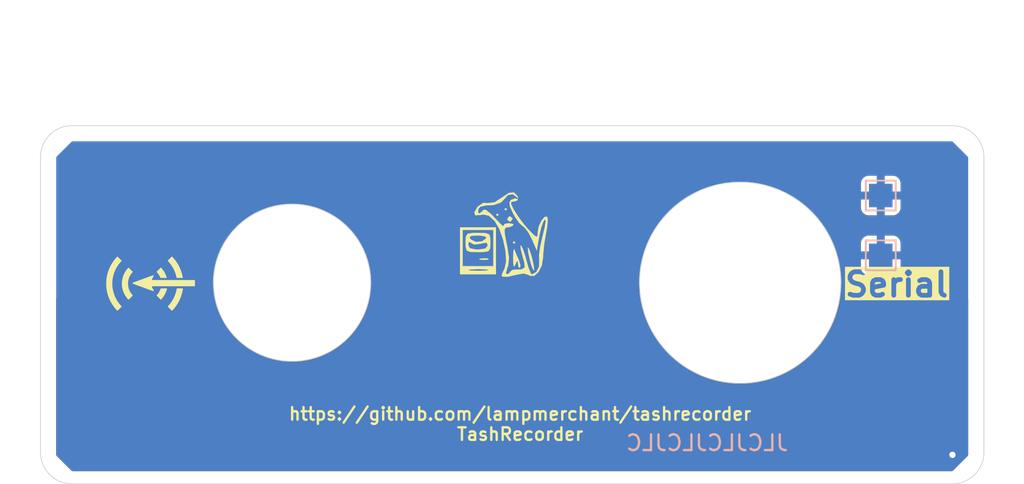
<source format=kicad_pcb>
(kicad_pcb (version 20240108) (generator "pcbnew") (generator_version "8.0")
  (title_block (title "TashRecorder back panel") (date "2024-05-23") (rev "2.1") (company "Lostwave") (comment 1 "https://68kmla.org") (comment 2 "https://github.com/demik/quack"))
  (layers (0 "F.Cu" signal) (31 "B.Cu" power) (36 "B.SilkS" user "B.Silkscreen") (37 "F.SilkS" user "F.Silkscreen") (38 "B.Mask" user) (39 "F.Mask" user) (44 "Edge.Cuts" user))
  (net 0 "")
  (net 1 "Earth")
  (footprint "LOGO" (layer "F.Cu") (at 45 50)
    (property "Reference" "G***" (hide yes))
    (property "Value" "LOGO" (hide yes))
    (fp_poly (pts (xy 0.69532 -0.927805) (xy 0.724386 -0.894316) (xy 0.75749 -0.853567) (xy 0.791469 -0.809668) (xy 0.823163 -0.766732) (xy 0.849409 -0.72887) (xy 0.855645 -0.719278) (xy 0.898909 -0.645225) (xy 0.940605 -0.562354) (xy 0.978354 -0.475936) (xy 1.009777 -0.391242) (xy 1.02345 -0.347486) (xy 1.03617 -0.303388) (xy 0.831836 -0.303388) (xy 0.77256 -0.303444) (xy 0.725863 -0.30367) (xy 0.690212 -0.304157) (xy 0.664075 -0.304996) (xy 0.645919 -0.306278) (xy 0.634211 -0.308093) (xy 0.62742 -0.310532) (xy 0.624013 -0.313685) (xy 0.623034 -0.315736) (xy 0.593528 -0.385305) (xy 0.554667 -0.45865) (xy 0.508907 -0.531824) (xy 0.458704 -0.600879) (xy 0.409824 -0.658331) (xy 0.378319 -0.692246) (xy 0.517505 -0.831192) (xy 0.656692 -0.970138)) (fill solid) (layer "F.SilkS"))
    (fp_poly (pts (xy 0.989867 0.36087) (xy 1.015115 0.361409) (xy 1.032187 0.362453) (xy 1.042565 0.36408) (xy 1.047735 0.36637) (xy 1.049178 0.369402) (xy 1.048747 0.372072) (xy 1.045454 0.384038) (xy 1.039519 0.405962) (xy 1.031936 0.434167) (xy 1.02728 0.451556) (xy 0.991964 0.561799) (xy 0.94529 0.673047) (xy 0.889172 0.781519) (xy 0.825527 0.883433) (xy 0.771524 0.956399) (xy 0.746524 0.987082) (xy 0.721596 1.016775) (xy 0.698464 1.04352) (xy 0.678853 1.065361) (xy 0.664489 1.080341) (xy 0.657096 1.0865) (xy 0.656804 1.086556) (xy 0.650888 1.081761) (xy 0.636354 1.068229) (xy 0.614524 1.047244) (xy 0.586718 1.020087) (xy 0.554258 0.98804) (xy 0.518465 0.952385) (xy 0.515571 0.949489) (xy 0.37864 0.812422) (xy 0.41631 0.771336) (xy 0.483878 0.688511) (xy 0.544224 0.596104) (xy 0.595146 0.497723) (xy 0.620322 0.437162) (xy 0.648167 0.363362) (xy 0.850232 0.361489) (xy 0.908909 0.360989) (xy 0.95496 0.360756)) (fill solid) (layer "F.SilkS"))
    (fp_poly (pts (xy 1.419831 -1.612637) (xy 1.538461 -1.474947) (xy 1.646643 -1.329054) (xy 1.743825 -1.176033) (xy 1.829455 -1.01696) (xy 1.902981 -0.852911) (xy 1.963852 -0.684964) (xy 2.011514 -0.514194) (xy 2.031921 -0.41934) (xy 2.038345 -0.385968) (xy 2.044126 -0.355958) (xy 2.048533 -0.333103) (xy 2.050526 -0.322791) (xy 2.054288 -0.303388) (xy 1.856588 -0.303388) (xy 1.805229 -0.30357) (xy 1.758621 -0.304082) (xy 1.718586 -0.304878) (xy 1.686944 -0.305908) (xy 1.665515 -0.307126) (xy 1.656122 -0.308482) (xy 1.655871 -0.30868) (xy 1.652845 -0.318489) (xy 1.649041 -0.33637) (xy 1.647995 -0.342194) (xy 1.640929 -0.377114) (xy 1.630434 -0.421253) (xy 1.617626 -0.470468) (xy 1.603619 -0.520618) (xy 1.589529 -0.567563) (xy 1.577365 -0.604599) (xy 1.514163 -0.76606) (xy 1.440139 -0.918589) (xy 1.355051 -1.062592) (xy 1.258653 -1.198478) (xy 1.150703 -1.326655) (xy 1.135727 -1.342859) (xy 1.084153 -1.39808) (xy 1.222838 -1.536766) (xy 1.361524 -1.675452)) (fill solid) (layer "F.SilkS"))
    (fp_poly (pts (xy -1.263517 -0.829868) (xy -1.126505 -0.692453) (xy -1.176169 -0.63374) (xy -1.252229 -0.533953) (xy -1.314748 -0.430308) (xy -1.36385 -0.322471) (xy -1.39966 -0.210103) (xy -1.422303 -0.092869) (xy -1.431901 0.029568) (xy -1.432278 0.059973) (xy -1.425808 0.183738) (xy -1.406318 0.302227) (xy -1.373686 0.415769) (xy -1.32779 0.524693) (xy -1.26851 0.629328) (xy -1.195724 0.730003) (xy -1.17627 0.753566) (xy -1.126708 0.81216) (xy -1.217757 0.905261) (xy -1.250797 0.938854) (xy -1.284281 0.972561) (xy -1.315441 1.00362) (xy -1.341511 1.02927) (xy -1.355413 1.042682) (xy -1.40202 1.087002) (xy -1.446365 1.039597) (xy -1.531561 0.938418) (xy -1.607369 0.827493) (xy -1.673158 0.708143) (xy -1.728297 0.581691) (xy -1.772154 0.449456) (xy -1.804097 0.31276) (xy -1.809974 0.279106) (xy -1.824335 0.149117) (xy -1.825804 0.017) (xy -1.814832 -0.11576) (xy -1.791871 -0.247681) (xy -1.757372 -0.377278) (xy -1.711786 -0.503069) (xy -1.655565 -0.623569) (xy -1.58916 -0.737295) (xy -1.513023 -0.842764) (xy -1.444911 -0.92072) (xy -1.400528 -0.967283)) (fill solid) (layer "F.SilkS"))
    (fp_poly (pts (xy 1.926352 0.360017) (xy 1.976015 0.360591) (xy 2.013341 0.361593) (xy 2.039217 0.363057) (xy 2.054526 0.365021) (xy 2.060155 0.36752) (xy 2.060222 0.367869) (xy 2.058875 0.381445) (xy 2.055188 0.405953) (xy 2.049692 0.438511) (xy 2.042916 0.476235) (xy 2.03539 0.516243) (xy 2.027647 0.55565) (xy 2.020214 0.591574) (xy 2.013681 0.620889) (xy 1.965146 0.796982) (xy 1.903586 0.969212) (xy 1.829588 1.136361) (xy 1.743735 1.297214) (xy 1.646612 1.450551) (xy 1.556249 1.57329) (xy 1.537911 1.595921) (xy 1.514969 1.623266) (xy 1.489063 1.653477) (xy 1.461835 1.684703) (xy 1.434927 1.715098) (xy 1.409978 1.742812) (xy 1.388631 1.765998) (xy 1.372526 1.782807) (xy 1.363304 1.79139) (xy 1.361965 1.792112) (xy 1.356154 1.787318) (xy 1.341717 1.77379) (xy 1.319971 1.752809) (xy 1.292232 1.725657) (xy 1.259816 1.693613) (xy 1.224038 1.657958) (xy 1.221021 1.654938) (xy 1.083983 1.517765) (xy 1.133304 1.465842) (xy 1.237716 1.345972) (xy 1.333217 1.215932) (xy 1.418997 1.077109) (xy 1.494242 0.93089) (xy 1.558141 0.778662) (xy 1.590764 0.684807) (xy 1.604146 0.640377) (xy 1.618204 0.589008) (xy 1.631953 0.534736) (xy 1.644411 0.481601) (xy 1.654593 0.433641) (xy 1.661517 0.394894) (xy 1.661749 0.393348) (xy 1.666713 0.359834) (xy 1.863468 0.359834)) (fill solid) (layer "F.SilkS"))
    (fp_poly (pts (xy -1.968884 -1.534968) (xy -1.832048 -1.397996) (xy -1.868849 -1.356928) (xy -1.943771 -1.270899) (xy -2.009036 -1.190386) (xy -2.066478 -1.112713) (xy -2.117929 -1.035206) (xy -2.165224 -0.955188) (xy -2.210195 -0.869986) (xy -2.229378 -0.830875) (xy -2.29525 -0.678613) (xy -2.348234 -0.522435) (xy -2.388611 -0.361307) (xy -2.416658 -0.194195) (xy -2.42698 -0.098777) (xy -2.433774 0.054988) (xy -2.42772 0.211839) (xy -2.409169 0.36988) (xy -2.378476 0.527212) (xy -2.335992 0.681938) (xy -2.282072 0.83216) (xy -2.233208 0.943094) (xy -2.187426 1.034153) (xy -2.14007 1.118568) (xy -2.089271 1.199077) (xy -2.033159 1.278419) (xy -1.969863 1.359334) (xy -1.897515 1.44456) (xy -1.868828 1.476898) (xy -1.832006 1.517989) (xy -1.969158 1.655142) (xy -2.10631 1.792294) (xy -2.149254 1.748105) (xy -2.250071 1.636148) (xy -2.34637 1.512996) (xy -2.436456 1.381278) (xy -2.518635 1.243626) (xy -2.591213 1.102668) (xy -2.646438 0.97637) (xy -2.707812 0.806322) (xy -2.755695 0.636451) (xy -2.790424 0.464995) (xy -2.812336 0.290195) (xy -2.821771 0.110291) (xy -2.822222 0.059973) (xy -2.815735 -0.126305) (xy -2.796169 -0.307782) (xy -2.76337 -0.485017) (xy -2.717183 -0.658567) (xy -2.657453 -0.828991) (xy -2.584025 -0.996846) (xy -2.496744 -1.16269) (xy -2.469795 -1.208853) (xy -2.432013 -1.269091) (xy -2.388311 -1.333524) (xy -2.340673 -1.399581) (xy -2.291079 -1.46469) (xy -2.241511 -1.52628) (xy -2.193951 -1.581781) (xy -2.15038 -1.62862) (xy -2.133221 -1.645594) (xy -2.105721 -1.671939)) (fill solid) (layer "F.SilkS"))
    (fp_poly (pts (xy 0.18848 -0.466636) (xy 0.195399 -0.460514) (xy 0.199984 -0.451392) (xy 0.200367 -0.450323) (xy 0.202725 -0.438681) (xy 0.20031 -0.426117) (xy 0.191864 -0.409047) (xy 0.17803 -0.386823) (xy 0.133258 -0.309763) (xy 0.099335 -0.232703) (xy 0.094287 -0.218722) (xy 0.078242 -0.172861) (xy 1.450232 -0.171079) (xy 2.822222 -0.169297) (xy 2.822222 0.02824) (xy 2.822222 0.225778) (xy 1.450297 0.225778) (xy 0.078372 0.225778) (xy 0.088527 0.259975) (xy 0.105547 0.307487) (xy 0.129183 0.359935) (xy 0.156744 0.411647) (xy 0.173698 0.439429) (xy 0.188271 0.463505) (xy 0.199146 0.48437) (xy 0.2044 0.49825) (xy 0.204611 0.500071) (xy 0.198547 0.516423) (xy 0.184018 0.529903) (xy 0.166516 0.535562) (xy 0.16525 0.535534) (xy 0.155449 0.532978) (xy 0.13417 0.526067) (xy 0.103146 0.515411) (xy 0.064108 0.501617) (xy 0.018789 0.485293) (xy -0.03108 0.467047) (xy -0.052917 0.458974) (xy -0.144308 0.425127) (xy -0.245784 0.387618) (xy -0.354242 0.347589) (xy -0.466582 0.306183) (xy -0.579703 0.26454) (xy -0.690503 0.223804) (xy -0.795881 0.185116) (xy -0.892737 0.149618) (xy -0.938389 0.132914) (xy -0.985785 0.115415) (xy -1.029452 0.098971) (xy -1.067429 0.084348) (xy -1.097753 0.07231) (xy -1.118463 0.06362) (xy -1.127125 0.059386) (xy -1.139028 0.045208) (xy -1.143175 0.026768) (xy -1.139232 0.009645) (xy -1.130653 0.000965) (xy -1.123536 -0.002202) (xy -1.108885 -0.008068) (xy -1.086144 -0.01684) (xy -1.054759 -0.028725) (xy -1.014171 -0.043928) (xy -0.963826 -0.062658) (xy -0.903168 -0.08512) (xy -0.831641 -0.111521) (xy -0.748689 -0.142068) (xy -0.653755 -0.176968) (xy -0.546285 -0.216426) (xy -0.511528 -0.229179) (xy -0.441881 -0.254742) (xy -0.368082 -0.281849) (xy -0.293033 -0.309432) (xy -0.21964 -0.336423) (xy -0.150807 -0.361754) (xy -0.089438 -0.384356) (xy -0.038806 -0.403027) (xy 0.022283 -0.425391) (xy 0.071581 -0.442884) (xy 0.110438 -0.455773) (xy 0.140205 -0.464326) (xy 0.162234 -0.468809) (xy 0.177875 -0.46949)) (fill solid) (layer "F.SilkS"))
  )
  (footprint "LOGO" (layer "F.Cu") (at 67.5 47)
    (property "Reference" "G***" (hide yes))
    (property "Value" "LOGO" (hide yes))
    (fp_poly (pts (xy -0.352777 -1.322917) (xy -0.440972 -1.234722) (xy -0.529166 -1.322917) (xy -0.440972 -1.411111)) (fill solid) (layer "F.SilkS"))
    (fp_poly (pts (xy 0.176389 -1.675695) (xy 0.088195 -1.5875) (xy 0 -1.675695) (xy 0.088195 -1.763889)) (fill solid) (layer "F.SilkS"))
    (fp_poly (pts (xy 0.705556 0.440972) (xy 0.617361 0.529166) (xy 0.529167 0.440972) (xy 0.617361 0.352778)) (fill solid) (layer "F.SilkS"))
    (fp_poly (pts (xy -1.010879 1.4718) (xy -1.005015 1.529706) (xy -1.281145 1.553355) (xy -1.322916 1.553113) (xy -1.596487 1.527678) (xy -1.570373 1.473992) (xy -1.540045 1.465264) (xy -1.155816 1.439441)) (fill solid) (layer "F.SilkS"))
    (fp_poly (pts (xy 0.524041 -1.100495) (xy 0.529167 -1.058334) (xy 0.394939 -0.88707) (xy 0.352778 -0.881945) (xy 0.181515 -1.016172) (xy 0.176389 -1.058334) (xy 0.310617 -1.229597) (xy 0.352778 -1.234722)) (fill solid) (layer "F.SilkS"))
    (fp_poly (pts (xy 1.577805 0.846991) (xy 1.703949 1.201881) (xy 1.763889 1.411111) (xy 1.869458 1.878465) (xy 1.899972 2.181305) (xy 1.88674 2.229) (xy 1.8026 2.124498) (xy 1.678679 1.771636) (xy 1.619571 1.555429) (xy 1.518013 1.086453) (xy 1.485512 0.784893) (xy 1.49672 0.737539)) (fill solid) (layer "F.SilkS"))
    (fp_poly (pts (xy 0.644185 0.881944) (xy 0.789433 1.248143) (xy 0.924506 1.543137) (xy 1.029802 1.885731) (xy 0.999803 2.057604) (xy 0.899835 2.014307) (xy 0.869547 1.837384) (xy 0.84822 1.605508) (xy 0.77584 1.692776) (xy 0.705556 1.852083) (xy 0.613085 1.988604) (xy 0.566396 1.82721) (xy 0.55549 1.411111) (xy 0.572575 1.000774) (xy 0.61441 0.839519)) (fill solid) (layer "F.SilkS"))
    (fp_poly (pts (xy -0.529166 0.970139) (xy -0.529166 2.469444) (xy -1.675694 2.469444) (xy -2.822222 2.469444) (xy -2.822222 2.201276) (xy -2.303007 2.201276) (xy -2.132638 2.227535) (xy -1.683479 2.238383) (xy -1.675694 2.238398) (xy -1.207122 2.229195) (xy -1.001023 2.203349) (xy -1.099271 2.167021) (xy -1.6356 2.136325) (xy -2.157605 2.165221) (xy -2.303007 2.201276) (xy -2.822222 2.201276) (xy -2.822222 0.970139) (xy -2.822222 0.79375) (xy -2.645833 0.79375) (xy -2.645833 1.940278) (xy -1.675694 1.940278) (xy -0.705555 1.940278) (xy -0.705555 0.79375) (xy -0.705555 -0.352778) (xy -1.675694 -0.352778) (xy -2.645833 -0.352778) (xy -2.645833 0.79375) (xy -2.822222 0.79375) (xy -2.822222 -0.529167) (xy -1.675694 -0.529167) (xy -0.529166 -0.529167)) (fill solid) (layer "F.SilkS"))
    (fp_poly (pts (xy -1.18798 -0.16321) (xy -0.957031 -0.07389) (xy -0.88684 0.166244) (xy -0.881944 0.440972) (xy -0.898889 0.820306) (xy -1.013729 0.999932) (xy -1.322472 1.054525) (xy -1.675694 1.058333) (xy -2.163409 1.045154) (xy -2.394357 0.955834) (xy -2.464548 0.7157) (xy -2.466929 0.582083) (xy -2.293055 0.582083) (xy -2.195457 0.794979) (xy -1.853269 0.8773) (xy -1.675694 0.881944) (xy -1.215774 0.822829) (xy -1.058794 0.636785) (xy -1.058333 0.621727) (xy -1.133873 0.453453) (xy -1.414217 0.49766) (xy -1.476909 0.520651) (xy -1.925187 0.576308) (xy -2.09427 0.481008) (xy -2.255816 0.397303) (xy -2.293055 0.582083) (xy -2.466929 0.582083) (xy -2.469444 0.440972) (xy -2.454608 0.108843) (xy -2.211091 0.108843) (xy -2.131779 0.246374) (xy -1.812864 0.397801) (xy -1.410618 0.35599) (xy -1.133369 0.155097) (xy -1.223136 0.055929) (xy -1.565462 0.002817) (xy -1.686882 0) (xy -2.095601 0.021857) (xy -2.211091 0.108843) (xy -2.454608 0.108843) (xy -2.452499 0.061638) (xy -2.33766 -0.117988) (xy -2.028916 -0.172581) (xy -1.675694 -0.176389)) (fill solid) (layer "F.SilkS"))
    (fp_poly (pts (xy 0.649672 -2.721337) (xy 0.866505 -2.478687) (xy 0.850951 -2.254867) (xy 0.705556 -2.182813) (xy 0.455355 -2.142151) (xy 0.44063 -2.138716) (xy 0.439987 -1.989972) (xy 0.608112 -1.650924) (xy 0.892009 -1.205628) (xy 1.23868 -0.738136) (xy 1.550635 -0.378221) (xy 1.893583 -0.029925) (xy 2.059345 0.080128) (xy 2.112279 -0.029187) (xy 2.116667 -0.212216) (xy 2.189456 -0.600016) (xy 2.363069 -0.964463) (xy 2.57037 -1.198354) (xy 2.736833 -1.202519) (xy 2.770451 -0.975939) (xy 2.726586 -0.525341) (xy 2.66306 -0.179879) (xy 2.546589 0.498798) (xy 2.477574 1.162929) (xy 2.469445 1.392455) (xy 2.386182 1.905129) (xy 2.177447 2.323148) (xy 1.904817 2.569839) (xy 1.629873 2.56853) (xy 1.565486 2.517985) (xy 1.216757 2.415824) (xy 0.821165 2.486875) (xy 0.215732 2.625193) (xy -0.118715 2.619867) (xy -0.176389 2.546043) (xy -0.102134 2.328733) (xy 0.016384 2.086052) (xy 0.110496 1.630787) (xy 0.069052 0.982457) (xy -0.082253 0.261764) (xy -0.317725 -0.41059) (xy -0.611669 -0.913901) (xy -0.625783 -0.930552) (xy -0.991371 -1.264051) (xy -1.341206 -1.336383) (xy -1.494724 -1.308305) (xy -1.848928 -1.283978) (xy -1.912831 -1.452028) (xy -1.662764 -1.452028) (xy -1.596663 -1.411111) (xy -1.397084 -1.54884) (xy -1.352613 -1.631597) (xy -1.193342 -1.652098) (xy -0.864377 -1.398186) (xy -0.619577 -1.146528) (xy -0.28388 -0.792913) (xy -0.084463 -0.609777) (xy -0.058569 -0.617361) (xy 0.021267 -0.751625) (xy 0.264584 -0.79375) (xy 0.545982 -0.746886) (xy 0.590108 -0.661459) (xy 0.362957 -0.540326) (xy 0.254174 -0.529167) (xy 0.091054 -0.504515) (xy 0.019716 -0.381843) (xy 0.036713 -0.088079) (xy 0.1386 0.449849) (xy 0.195389 0.717313) (xy 0.299655 1.422702) (xy 0.249546 1.915272) (xy 0.199171 2.048912) (xy 0.104649 2.376938) (xy 0.180171 2.469444) (xy 0.348484 2.350005) (xy 0.352778 2.316032) (xy 0.498561 2.186446) (xy 0.661459 2.163823) (xy 1.098166 2.147734) (xy 1.285552 2.037457) (xy 1.274308 1.746735) (xy 1.15545 1.323235) (xy 1.043628 0.880944) (xy 1.024052 0.635575) (xy 1.057969 0.617135) (xy 1.176744 0.825904) (xy 1.325372 1.263818) (xy 1.410981 1.586956) (xy 1.554916 2.086027) (xy 1.693685 2.405949) (xy 1.759884 2.469444) (xy 2.026322 2.320181) (xy 2.206567 1.980889) (xy 2.215308 1.620413) (xy 2.200459 1.273512) (xy 2.272696 0.724862) (xy 2.377124 0.251973) (xy 2.559771 -0.50145) (xy 2.630716 -0.92908) (xy 2.589665 -1.027809) (xy 2.483943 -0.881945) (xy 2.362971 -0.551298) (xy 2.23885 -0.035401) (xy 2.199807 0.176389) (xy 2.066836 0.970139) (xy 1.75719 0.246348) (xy 1.513414 -0.217654) (xy 1.267892 -0.525611) (xy 1.190614 -0.576037) (xy 0.95687 -0.78398) (xy 0.672067 -1.190756) (xy 0.564871 -1.382212) (xy 0.349317 -1.852634) (xy 0.317989 -2.127796) (xy 0.422939 -2.278089) (xy 0.691253 -2.375618) (xy 0.794162 -2.335623) (xy 0.85587 -2.331799) (xy 0.81162 -2.425347) (xy 0.540495 -2.626981) (xy 0.224582 -2.578887) (xy 0.066364 -2.387965) (xy -0.207215 -2.106067) (xy -0.690195 -1.93505) (xy -1.168045 -1.917043) (xy -1.513045 -1.83928) (xy -1.647578 -1.685359) (xy -1.662764 -1.452028) (xy -1.912831 -1.452028) (xy -1.916989 -1.462963) (xy -1.702071 -1.845841) (xy -1.345963 -2.086499) (xy -1.080063 -2.071241) (xy -0.624971 -2.121042) (xy -0.153052 -2.427954) (xy 0.28654 -2.725488) (xy 0.595611 -2.749106)) (fill solid) (layer "F.SilkS"))
  )
  (footprint "TestPoint:TestPoint_Pad_1.5x1.5mm" (layer "B.Cu") (at 91.44 44.45)
    (property "Reference" "TP1" (hide yes))
    (property "Value" "TestPoint")
    (fp_line (start -0.95 -0.95) (end -0.95 0.95) (stroke (width 0.12)) (layer "B.SilkS"))
    (fp_line (start -0.95 0.95) (end 0.95 0.95) (stroke (width 0.12)) (layer "B.SilkS"))
    (fp_line (start 0.95 -0.95) (end -0.95 -0.95) (stroke (width 0.12)) (layer "B.SilkS"))
    (fp_line (start 0.95 0.95) (end 0.95 -0.95) (stroke (width 0.12)) (layer "B.SilkS"))
    (pad "1" smd rect (at 0 0) (size 1.5 1.5) (layers "B.Cu" "B.Mask") (net 1 "Earth"))
  )
  (footprint "TestPoint:TestPoint_Pad_1.5x1.5mm" (layer "B.Cu") (at 91.44 48.26)
    (property "Reference" "TP2" (hide yes))
    (property "Value" "TestPoint")
    (fp_line (start -0.95 -0.95) (end -0.95 0.95) (stroke (width 0.12)) (layer "B.SilkS"))
    (fp_line (start -0.95 0.95) (end 0.95 0.95) (stroke (width 0.12)) (layer "B.SilkS"))
    (fp_line (start 0.95 -0.95) (end -0.95 -0.95) (stroke (width 0.12)) (layer "B.SilkS"))
    (fp_line (start 0.95 0.95) (end 0.95 -0.95) (stroke (width 0.12)) (layer "B.SilkS"))
    (pad "1" smd rect (at 0 0) (size 1.5 1.5) (layers "B.Cu" "B.Mask") (net 1 "Earth"))
  )
  (gr_arc (start 96 40) (mid 97.414214 40.585786) (end 98 42) (stroke (width 0.05)) (layer "Edge.Cuts"))
  (gr_arc (start 40 62.8) (mid 38.585786 62.214214) (end 38 60.8) (stroke (width 0.05)) (layer "Edge.Cuts"))
  (gr_arc (start 98 60.8) (mid 97.414214 62.214214) (end 96 62.8) (stroke (width 0.05)) (layer "Edge.Cuts"))
  (gr_line (start 98 42) (end 98 60.8) (stroke (width 0.05)) (layer "Edge.Cuts"))
  (gr_line (start 96 62.8) (end 40 62.8) (stroke (width 0.05)) (layer "Edge.Cuts"))
  (gr_line (start 38 60.8) (end 38 42) (stroke (width 0.05)) (layer "Edge.Cuts"))
  (gr_line (start 40 40) (end 96 40) (stroke (width 0.05)) (layer "Edge.Cuts"))
  (gr_circle (center 82.5 50) (end 88.9 50) (stroke (width 0.05)) (fill none) (layer "Edge.Cuts"))
  (gr_arc (start 38 42) (mid 38.585786 40.585786) (end 40 40) (stroke (width 0.05)) (layer "Edge.Cuts"))
  (gr_circle (center 54 50) (end 59 50) (stroke (width 0.05)) (fill none) (layer "Edge.Cuts"))
  (gr_text "JLCJLCJLCJLC" (at 80.4 60.2 0) (layer "B.SilkS") (effects (font (size 1 1)) (justify mirror)))
  (gr_text "https://github.com/lampmerchant/tashrecorder\nTashRecorder" (at 68.5 59 0) (layer "F.SilkS") (effects (font (size 0.8 0.8) (thickness 0.15) (bold yes))))
  (gr_text "Serial" (at 89 51 0) (layer "F.SilkS" knockout) (effects (font (size 1.5 1.5) (thickness 0.3) (bold yes)) (justify left bottom)))
  (via (at 96 60.96) (size 0.8) (drill 0.4) (layers "F.Cu" "B.Cu") (net 1))
  (segment (start 96 60.96) (end 96 51.55) (width 0.25) (layer "B.Cu") (net 1))
  (segment (start 92.71 48.26) (end 91.694 48.26) (width 0.25) (layer "B.Cu") (net 1))
  (segment (start 91.44 48.26) (end 91.44 44.45) (width 0.25) (layer "B.Cu") (net 1))
  (segment (start 96 51.55) (end 92.71 48.26) (width 0.25) (layer "B.Cu") (net 1))
  (zone (net 1) (net_name "Earth") (layer "F.Cu") (priority 1) (connect_pads (clearance 0.508)) (min_thickness 0.25) (fill yes (thermal_gap 0.5) (thermal_bridge_width 0.5))
    (polygon (pts (xy 39 51) (xy 40 50) (xy 96 50) (xy 97 51) (xy 97 61) (xy 96 62) (xy 40 62) (xy 39 61)))
  )
  (zone (net 1) (net_name "Earth") (layer "B.Cu") (connect_pads (clearance 0.508)) (min_thickness 0.254) (fill yes (thermal_gap 0.508) (thermal_bridge_width 0.508))
    (polygon (pts (xy 97 42) (xy 97 61) (xy 96 62) (xy 40 62) (xy 39 61) (xy 39 42) (xy 40 41) (xy 96 41)))
  )
)
</source>
